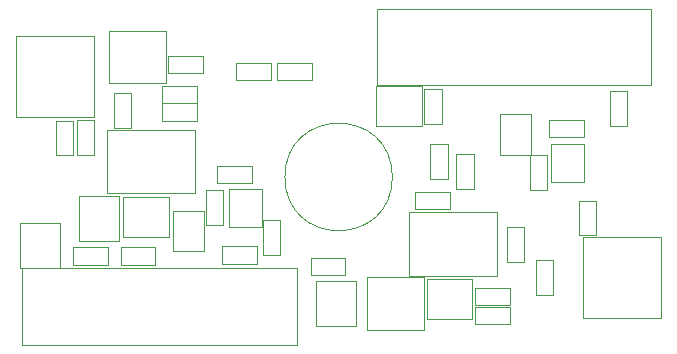
<source format=gbr>
%TF.GenerationSoftware,KiCad,Pcbnew,7.0.6-0*%
%TF.CreationDate,2024-05-28T13:41:11+12:00*%
%TF.ProjectId,BMSladderLeaf,424d536c-6164-4646-9572-4c6561662e6b,rev?*%
%TF.SameCoordinates,Original*%
%TF.FileFunction,Other,User*%
%FSLAX46Y46*%
G04 Gerber Fmt 4.6, Leading zero omitted, Abs format (unit mm)*
G04 Created by KiCad (PCBNEW 7.0.6-0) date 2024-05-28 13:41:11*
%MOMM*%
%LPD*%
G01*
G04 APERTURE LIST*
%ADD10C,0.050000*%
G04 APERTURE END LIST*
D10*
%TO.C,C1*%
X23470000Y-108880000D02*
X23470000Y-105920000D01*
X24930000Y-108880000D02*
X23470000Y-108880000D01*
X23470000Y-105920000D02*
X24930000Y-105920000D01*
X24930000Y-105920000D02*
X24930000Y-108880000D01*
%TO.C,D2*%
X28500000Y-119300000D02*
X28500000Y-115900000D01*
X31100000Y-119300000D02*
X28500000Y-119300000D01*
X28500000Y-115900000D02*
X31100000Y-115900000D01*
X31100000Y-115900000D02*
X31100000Y-119300000D01*
%TO.C,Q1*%
X36000000Y-114000000D02*
X33200000Y-114000000D01*
X36000000Y-114000000D02*
X36000000Y-117200000D01*
X33200000Y-114000000D02*
X33200000Y-117200000D01*
X33200000Y-117200000D02*
X36000000Y-117200000D01*
%TO.C,Q2*%
X18900000Y-116880000D02*
X15500000Y-116880000D01*
X15500000Y-116880000D02*
X15500000Y-120720000D01*
X18900000Y-120720000D02*
X18900000Y-116880000D01*
X15500000Y-120720000D02*
X18900000Y-120720000D01*
%TO.C,R1*%
X32620000Y-118870000D02*
X35580000Y-118870000D01*
X32620000Y-120330000D02*
X32620000Y-118870000D01*
X35580000Y-118870000D02*
X35580000Y-120330000D01*
X35580000Y-120330000D02*
X32620000Y-120330000D01*
%TO.C,R2*%
X30980000Y-104230000D02*
X28020000Y-104230000D01*
X30980000Y-102770000D02*
X30980000Y-104230000D01*
X28020000Y-104230000D02*
X28020000Y-102770000D01*
X28020000Y-102770000D02*
X30980000Y-102770000D01*
%TO.C,R4*%
X27520000Y-106770000D02*
X30480000Y-106770000D01*
X27520000Y-108230000D02*
X27520000Y-106770000D01*
X30480000Y-106770000D02*
X30480000Y-108230000D01*
X30480000Y-108230000D02*
X27520000Y-108230000D01*
%TO.C,R8*%
X32730000Y-114120000D02*
X32730000Y-117080000D01*
X31270000Y-114120000D02*
X32730000Y-114120000D01*
X32730000Y-117080000D02*
X31270000Y-117080000D01*
X31270000Y-117080000D02*
X31270000Y-114120000D01*
%TO.C,R9*%
X35180000Y-113530000D02*
X32220000Y-113530000D01*
X35180000Y-112070000D02*
X35180000Y-113530000D01*
X32220000Y-113530000D02*
X32220000Y-112070000D01*
X32220000Y-112070000D02*
X35180000Y-112070000D01*
%TO.C,R10*%
X26992500Y-120430000D02*
X24032500Y-120430000D01*
X26992500Y-118970000D02*
X26992500Y-120430000D01*
X24032500Y-120430000D02*
X24032500Y-118970000D01*
X24032500Y-118970000D02*
X26992500Y-118970000D01*
%TO.C,R11*%
X22980000Y-120430000D02*
X20020000Y-120430000D01*
X22980000Y-118970000D02*
X22980000Y-120430000D01*
X20020000Y-120430000D02*
X20020000Y-118970000D01*
X20020000Y-118970000D02*
X22980000Y-118970000D01*
%TO.C,U2*%
X22900000Y-109000000D02*
X22900000Y-114400000D01*
X22900000Y-114400000D02*
X30300000Y-114400000D01*
X30300000Y-109000000D02*
X22900000Y-109000000D01*
X30300000Y-114400000D02*
X30300000Y-109000000D01*
%TO.C,J5*%
X27920000Y-100630000D02*
X23070000Y-100630000D01*
X23070000Y-100630000D02*
X23070000Y-105080000D01*
X27920000Y-105080000D02*
X27920000Y-100630000D01*
X23070000Y-105080000D02*
X27920000Y-105080000D01*
%TO.C,Q3*%
X23900000Y-114580000D02*
X20500000Y-114580000D01*
X20500000Y-114580000D02*
X20500000Y-118420000D01*
X23900000Y-118420000D02*
X23900000Y-114580000D01*
X20500000Y-118420000D02*
X23900000Y-118420000D01*
%TO.C,R12*%
X21830000Y-108207500D02*
X21830000Y-111167500D01*
X20370000Y-108207500D02*
X21830000Y-108207500D01*
X21830000Y-111167500D02*
X20370000Y-111167500D01*
X20370000Y-111167500D02*
X20370000Y-108207500D01*
%TO.C,R6*%
X37530000Y-116620000D02*
X37530000Y-119580000D01*
X36070000Y-116620000D02*
X37530000Y-116620000D01*
X37530000Y-119580000D02*
X36070000Y-119580000D01*
X36070000Y-119580000D02*
X36070000Y-116620000D01*
%TO.C,D1*%
X37320000Y-103370000D02*
X40280000Y-103370000D01*
X37320000Y-104830000D02*
X37320000Y-103370000D01*
X40280000Y-103370000D02*
X40280000Y-104830000D01*
X40280000Y-104830000D02*
X37320000Y-104830000D01*
%TO.C,R3*%
X30480000Y-106730000D02*
X27520000Y-106730000D01*
X30480000Y-105270000D02*
X30480000Y-106730000D01*
X27520000Y-106730000D02*
X27520000Y-105270000D01*
X27520000Y-105270000D02*
X30480000Y-105270000D01*
%TO.C,R7*%
X38950000Y-127250000D02*
X38950000Y-120750000D01*
X38950000Y-120750000D02*
X15730000Y-120750000D01*
X15730000Y-127250000D02*
X38950000Y-127250000D01*
X15730000Y-120750000D02*
X15730000Y-127250000D01*
%TO.C,J2*%
X21780000Y-101100000D02*
X15220000Y-101100000D01*
X15220000Y-101100000D02*
X15220000Y-107900000D01*
X21780000Y-107900000D02*
X21780000Y-101100000D01*
X15220000Y-107900000D02*
X21780000Y-107900000D01*
%TO.C,R13*%
X18570000Y-111180000D02*
X18570000Y-108220000D01*
X20030000Y-111180000D02*
X18570000Y-111180000D01*
X18570000Y-108220000D02*
X20030000Y-108220000D01*
X20030000Y-108220000D02*
X20030000Y-111180000D01*
%TO.C,U1*%
X24280000Y-114700000D02*
X24280000Y-118100000D01*
X24280000Y-118100000D02*
X28120000Y-118100000D01*
X28120000Y-114700000D02*
X24280000Y-114700000D01*
X28120000Y-118100000D02*
X28120000Y-114700000D01*
%TO.C,R5*%
X33820000Y-103370000D02*
X36780000Y-103370000D01*
X33820000Y-104830000D02*
X33820000Y-103370000D01*
X36780000Y-103370000D02*
X36780000Y-104830000D01*
X36780000Y-104830000D02*
X33820000Y-104830000D01*
%TO.C,C2*%
X48945000Y-114270000D02*
X51905000Y-114270000D01*
X48945000Y-115730000D02*
X48945000Y-114270000D01*
X51905000Y-114270000D02*
X51905000Y-115730000D01*
X51905000Y-115730000D02*
X48945000Y-115730000D01*
%TO.C,U4*%
X48500000Y-116000000D02*
X48500000Y-121400000D01*
X48500000Y-121400000D02*
X55900000Y-121400000D01*
X55900000Y-116000000D02*
X48500000Y-116000000D01*
X55900000Y-121400000D02*
X55900000Y-116000000D01*
%TO.C,R16*%
X54020000Y-122370000D02*
X56980000Y-122370000D01*
X54020000Y-123830000D02*
X54020000Y-122370000D01*
X56980000Y-122370000D02*
X56980000Y-123830000D01*
X56980000Y-123830000D02*
X54020000Y-123830000D01*
%TO.C,R20*%
X68950000Y-105250000D02*
X68950000Y-98750000D01*
X68950000Y-98750000D02*
X45730000Y-98750000D01*
X45730000Y-105250000D02*
X68950000Y-105250000D01*
X45730000Y-98750000D02*
X45730000Y-105250000D01*
%TO.C,Q6*%
X44000000Y-121780000D02*
X40600000Y-121780000D01*
X40600000Y-121780000D02*
X40600000Y-125620000D01*
X44000000Y-125620000D02*
X44000000Y-121780000D01*
X40600000Y-125620000D02*
X44000000Y-125620000D01*
%TO.C,D4*%
X56200000Y-111100000D02*
X56200000Y-107700000D01*
X58800000Y-111100000D02*
X56200000Y-111100000D01*
X56200000Y-107700000D02*
X58800000Y-107700000D01*
X58800000Y-107700000D02*
X58800000Y-111100000D01*
%TO.C,Q4*%
X63300000Y-110200000D02*
X60500000Y-110200000D01*
X63300000Y-110200000D02*
X63300000Y-113400000D01*
X60500000Y-110200000D02*
X60500000Y-113400000D01*
X60500000Y-113400000D02*
X63300000Y-113400000D01*
%TO.C,R24*%
X49770000Y-108480000D02*
X49770000Y-105520000D01*
X51230000Y-108480000D02*
X49770000Y-108480000D01*
X49770000Y-105520000D02*
X51230000Y-105520000D01*
X51230000Y-105520000D02*
X51230000Y-108480000D01*
%TO.C,R17*%
X58670000Y-114080000D02*
X58670000Y-111120000D01*
X60130000Y-114080000D02*
X58670000Y-114080000D01*
X58670000Y-111120000D02*
X60130000Y-111120000D01*
X60130000Y-111120000D02*
X60130000Y-114080000D01*
%TO.C,R15*%
X56980000Y-125430000D02*
X54020000Y-125430000D01*
X56980000Y-123970000D02*
X56980000Y-125430000D01*
X54020000Y-125430000D02*
X54020000Y-123970000D01*
X54020000Y-123970000D02*
X56980000Y-123970000D01*
%TO.C,Q5*%
X49520000Y-108700000D02*
X49520000Y-105300000D01*
X49520000Y-105300000D02*
X45680000Y-105300000D01*
X45680000Y-108700000D02*
X49520000Y-108700000D01*
X45680000Y-105300000D02*
X45680000Y-108700000D01*
%TO.C,R14*%
X53930000Y-111020000D02*
X53930000Y-113980000D01*
X52470000Y-111020000D02*
X53930000Y-111020000D01*
X53930000Y-113980000D02*
X52470000Y-113980000D01*
X52470000Y-113980000D02*
X52470000Y-111020000D01*
%TO.C,J8*%
X63220000Y-124900000D02*
X69780000Y-124900000D01*
X69780000Y-124900000D02*
X69780000Y-118100000D01*
X63220000Y-118100000D02*
X63220000Y-124900000D01*
X69780000Y-118100000D02*
X63220000Y-118100000D01*
%TO.C,J7*%
X44875000Y-125925000D02*
X49725000Y-125925000D01*
X49725000Y-125925000D02*
X49725000Y-121475000D01*
X44875000Y-121475000D02*
X44875000Y-125925000D01*
X49725000Y-121475000D02*
X44875000Y-121475000D01*
%TO.C,H4*%
X47050000Y-113000000D02*
G75*
G03*
X47050000Y-113000000I-4550000J0D01*
G01*
%TO.C,D3*%
X65470000Y-108680000D02*
X65470000Y-105720000D01*
X66930000Y-108680000D02*
X65470000Y-108680000D01*
X65470000Y-105720000D02*
X66930000Y-105720000D01*
X66930000Y-105720000D02*
X66930000Y-108680000D01*
%TO.C,R22*%
X58230000Y-117220000D02*
X58230000Y-120180000D01*
X56770000Y-117220000D02*
X58230000Y-117220000D01*
X58230000Y-120180000D02*
X56770000Y-120180000D01*
X56770000Y-120180000D02*
X56770000Y-117220000D01*
%TO.C,R21*%
X63280000Y-109630000D02*
X60320000Y-109630000D01*
X63280000Y-108170000D02*
X63280000Y-109630000D01*
X60320000Y-109630000D02*
X60320000Y-108170000D01*
X60320000Y-108170000D02*
X63280000Y-108170000D01*
%TO.C,R25*%
X40120000Y-119870000D02*
X43080000Y-119870000D01*
X40120000Y-121330000D02*
X40120000Y-119870000D01*
X43080000Y-119870000D02*
X43080000Y-121330000D01*
X43080000Y-121330000D02*
X40120000Y-121330000D01*
%TO.C,R18*%
X62870000Y-117955000D02*
X62870000Y-114995000D01*
X64330000Y-117955000D02*
X62870000Y-117955000D01*
X62870000Y-114995000D02*
X64330000Y-114995000D01*
X64330000Y-114995000D02*
X64330000Y-117955000D01*
%TO.C,U3*%
X49980000Y-121600000D02*
X49980000Y-125000000D01*
X49980000Y-125000000D02*
X53820000Y-125000000D01*
X53820000Y-121600000D02*
X49980000Y-121600000D01*
X53820000Y-125000000D02*
X53820000Y-121600000D01*
%TO.C,R19*%
X60630000Y-120020000D02*
X60630000Y-122980000D01*
X59170000Y-120020000D02*
X60630000Y-120020000D01*
X60630000Y-122980000D02*
X59170000Y-122980000D01*
X59170000Y-122980000D02*
X59170000Y-120020000D01*
%TO.C,R23*%
X50270000Y-113180000D02*
X50270000Y-110220000D01*
X51730000Y-113180000D02*
X50270000Y-113180000D01*
X50270000Y-110220000D02*
X51730000Y-110220000D01*
X51730000Y-110220000D02*
X51730000Y-113180000D01*
%TD*%
M02*

</source>
